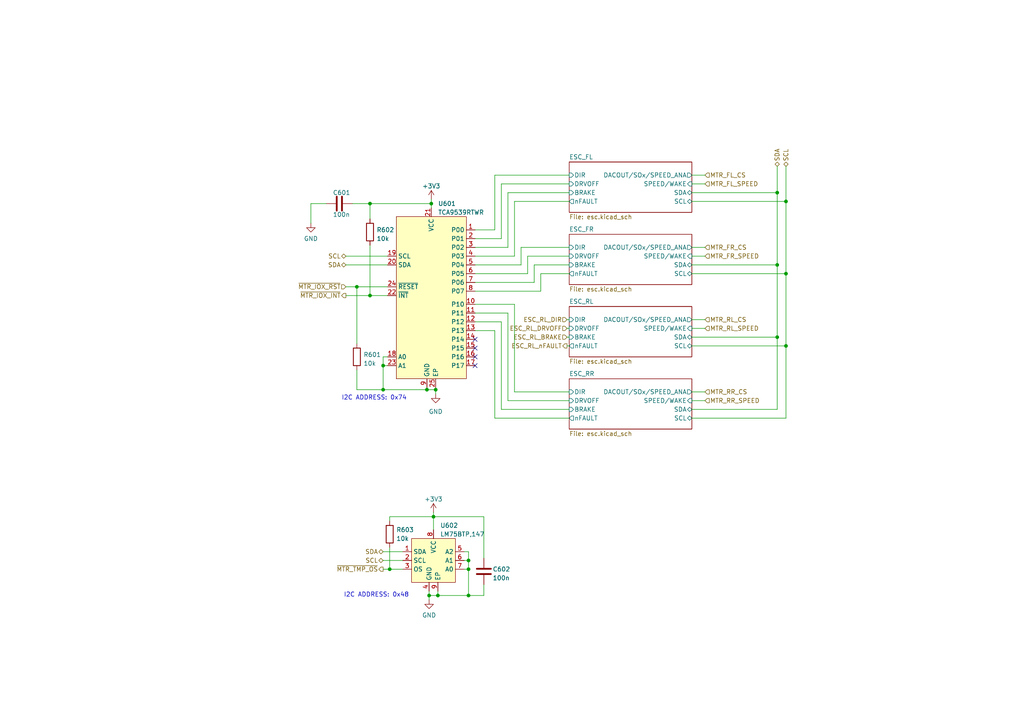
<source format=kicad_sch>
(kicad_sch (version 20230121) (generator eeschema)
  (paper "A4")
  (lib_symbols
    (symbol "Device:C" (pin_numbers hide) (pin_names (offset 0.254))
      (property "Reference" "C" (at 0.635 2.54 0))
      (property "Value" "C" (at 0.635 -2.54 0))
      (symbol "C_0_1"
        (polyline (pts (xy -2.032 -0.762) (xy 2.032 -0.762)) (stroke (width 0.508)))
        (polyline (pts (xy -2.032 0.762) (xy 2.032 0.762)) (stroke (width 0.508)))
      )
      (symbol "C_1_1"
        (pin passive line (at 0 3.81 270) (length 2.794) (name "~") (number "1"))
        (pin passive line (at 0 -3.81 90) (length 2.794) (name "~") (number "2"))
      )
    )
    (symbol "Device:R" (pin_numbers hide) (pin_names (offset 0))
      (property "Reference" "R" (at 2.032 0 90))
      (property "Value" "R" (at 0 0 90))
      (symbol "R_0_1"
        (rectangle (start -1.016 -2.54) (end 1.016 2.54) (stroke (width 0.254)))
      )
      (symbol "R_1_1"
        (pin passive line (at 0 3.81 270) (length 1.27) (name "~") (number "1"))
        (pin passive line (at 0 -3.81 90) (length 1.27) (name "~") (number "2"))
      )
    )
    (symbol "capstone:LM75BTP,147"
      (property "Reference" "U" (at 2.54 -7.62 0))
      (property "Value" "LM75BTP,147" (at 7.62 7.62 0))
      (symbol "LM75BTP,147_1_1"
        (rectangle (start -6.35 6.35) (end 6.35 -6.35) (fill (type background)))
        (pin bidirectional line (at -8.89 2.54 0) (length 2.54) (name "SDA") (number "1"))
        (pin bidirectional line (at -8.89 0 0) (length 2.54) (name "SCL") (number "2"))
        (pin output line (at -8.89 -2.54 0) (length 2.54) (name "OS") (number "3"))
        (pin power_in line (at -1.27 -8.89 90) (length 2.54) (name "GND") (number "4"))
        (pin input line (at 8.89 2.54 180) (length 2.54) (name "A2") (number "5"))
        (pin input line (at 8.89 0 180) (length 2.54) (name "A1") (number "6"))
        (pin input line (at 8.89 -2.54 180) (length 2.54) (name "A0") (number "7"))
        (pin power_in line (at 0 8.89 270) (length 2.54) (name "VCC") (number "8"))
        (pin power_in line (at 1.27 -8.89 90) (length 2.54) (name "EP") (number "9"))
      )
    )
    (symbol "capstone:TCA9539RTWR_"
      (property "Reference" "U" (at 6.35 -25.4 0))
      (property "Value" "TCA9539RTWR" (at 7.62 24.13 0))
      (symbol "TCA9539RTWR__1_1"
        (rectangle (start -10.16 22.86) (end 10.16 -24.13) (fill (type background)))
        (pin bidirectional line (at 12.7 19.05 180) (length 2.54) (name "P00") (number "1"))
        (pin bidirectional line (at 12.7 -2.54 180) (length 2.54) (name "P10") (number "10"))
        (pin bidirectional line (at 12.7 -5.08 180) (length 2.54) (name "P11") (number "11"))
        (pin bidirectional line (at 12.7 -7.62 180) (length 2.54) (name "P12") (number "12"))
        (pin bidirectional line (at 12.7 -10.16 180) (length 2.54) (name "P13") (number "13"))
        (pin bidirectional line (at 12.7 -12.7 180) (length 2.54) (name "P14") (number "14"))
        (pin bidirectional line (at 12.7 -15.24 180) (length 2.54) (name "P15") (number "15"))
        (pin bidirectional line (at 12.7 -17.78 180) (length 2.54) (name "P16") (number "16"))
        (pin bidirectional line (at 12.7 -20.32 180) (length 2.54) (name "P17") (number "17"))
        (pin input line (at -12.7 -17.78 0) (length 2.54) (name "A0") (number "18"))
        (pin input line (at -12.7 11.43 0) (length 2.54) (name "SCL") (number "19"))
        (pin bidirectional line (at 12.7 16.51 180) (length 2.54) (name "P01") (number "2"))
        (pin input line (at -12.7 8.89 0) (length 2.54) (name "SDA") (number "20"))
        (pin power_in line (at 0 25.4 270) (length 2.54) (name "VCC") (number "21"))
        (pin output line (at -12.7 0 0) (length 2.54) (name "~{INT}") (number "22"))
        (pin input line (at -12.7 -20.32 0) (length 2.54) (name "A1") (number "23"))
        (pin input line (at -12.7 2.54 0) (length 2.54) (name "~{RESET}") (number "24"))
        (pin power_in line (at 1.27 -26.67 90) (length 2.54) (name "EP") (number "25"))
        (pin bidirectional line (at 12.7 13.97 180) (length 2.54) (name "P02") (number "3"))
        (pin bidirectional line (at 12.7 11.43 180) (length 2.54) (name "P03") (number "4"))
        (pin bidirectional line (at 12.7 8.89 180) (length 2.54) (name "P04") (number "5"))
        (pin bidirectional line (at 12.7 6.35 180) (length 2.54) (name "P05") (number "6"))
        (pin bidirectional line (at 12.7 3.81 180) (length 2.54) (name "P06") (number "7"))
        (pin bidirectional line (at 12.7 1.27 180) (length 2.54) (name "P07") (number "8"))
        (pin power_in line (at -1.27 -26.67 90) (length 2.54) (name "GND") (number "9"))
      )
    )
    (symbol "power:+3V3" (power) (pin_names (offset 0))
      (property "Value" "+3V3" (at 0 3.556 0))
      (symbol "+3V3_0_1"
        (polyline (pts (xy -0.762 1.27) (xy 0 2.54)))
        (polyline (pts (xy 0 0) (xy 0 2.54)))
        (polyline (pts (xy 0 2.54) (xy 0.762 1.27)))
      )
      (symbol "+3V3_1_1"
        (pin power_in line (at 0 0 90) (length 0) hide (name "+3V3") (number "1"))
      )
    )
    (symbol "power:GND" (power) (pin_names (offset 0))
      (property "Value" "GND" (at 0 -3.81 0))
      (symbol "GND_0_1"
        (polyline (pts (xy 0 0) (xy 0 -1.27) (xy 1.27 -1.27) (xy 0 -2.54) (xy -1.27 -1.27) (xy 0 -1.27)))
      )
      (symbol "GND_1_1"
        (pin power_in line (at 0 0 270) (length 0) hide (name "GND") (number "1"))
      )
    )
  )
  (junction (at 135.89 165.1))
  (junction (at 103.505 83.185))
  (junction (at 111.125 106.045))
  (junction (at 113.03 165.1))
  (junction (at 227.965 79.375))
  (junction (at 111.125 113.03))
  (junction (at 127 172.72))
  (junction (at 227.965 58.42))
  (junction (at 123.825 113.03))
  (junction (at 125.095 59.055))
  (junction (at 225.425 97.79))
  (junction (at 225.425 76.835))
  (junction (at 124.46 172.72))
  (junction (at 126.365 113.03))
  (junction (at 135.89 172.72))
  (junction (at 107.315 59.055))
  (junction (at 227.965 100.33))
  (junction (at 135.89 162.56))
  (junction (at 125.73 149.86))
  (junction (at 107.315 85.725))
  (junction (at 225.425 55.88))
  (no_connect (at 137.795 100.965))
  (no_connect (at 137.795 106.045))
  (no_connect (at 137.795 103.505))
  (no_connect (at 137.795 98.425))
  (wire (pts (xy 103.505 113.03) (xy 111.125 113.03)))
  (wire (pts (xy 164.465 92.71) (xy 165.1 92.71)))
  (wire (pts (xy 200.66 76.835) (xy 225.425 76.835)))
  (wire (pts (xy 135.89 172.72) (xy 135.89 165.1)))
  (wire (pts (xy 140.335 169.545) (xy 140.335 172.72)))
  (wire (pts (xy 165.1 121.285) (xy 143.51 121.285)))
  (wire (pts (xy 113.03 149.86) (xy 113.03 151.13)))
  (wire (pts (xy 137.795 71.755) (xy 147.32 71.755)))
  (wire (pts (xy 134.62 165.1) (xy 135.89 165.1)))
  (wire (pts (xy 137.795 81.915) (xy 154.94 81.915)))
  (wire (pts (xy 200.66 95.25) (xy 204.47 95.25)))
  (wire (pts (xy 127 172.72) (xy 135.89 172.72)))
  (wire (pts (xy 149.225 88.265) (xy 137.795 88.265)))
  (wire (pts (xy 200.66 113.665) (xy 204.47 113.665)))
  (wire (pts (xy 123.825 112.395) (xy 123.825 113.03)))
  (wire (pts (xy 149.225 113.665) (xy 165.1 113.665)))
  (wire (pts (xy 200.66 116.205) (xy 204.47 116.205)))
  (wire (pts (xy 147.32 71.755) (xy 147.32 55.88)))
  (wire (pts (xy 113.03 165.1) (xy 116.84 165.1)))
  (wire (pts (xy 143.51 50.8) (xy 165.1 50.8)))
  (wire (pts (xy 165.1 79.375) (xy 156.845 79.375)))
  (wire (pts (xy 225.425 97.79) (xy 225.425 118.745)))
  (wire (pts (xy 227.965 79.375) (xy 227.965 58.42)))
  (wire (pts (xy 151.13 76.835) (xy 151.13 71.755)))
  (wire (pts (xy 135.89 165.1) (xy 135.89 162.56)))
  (wire (pts (xy 225.425 48.26) (xy 225.425 55.88)))
  (wire (pts (xy 147.32 90.805) (xy 147.32 116.205)))
  (wire (pts (xy 140.335 149.86) (xy 140.335 161.925)))
  (wire (pts (xy 145.415 93.345) (xy 145.415 118.745)))
  (wire (pts (xy 149.225 74.295) (xy 137.795 74.295)))
  (wire (pts (xy 125.73 149.86) (xy 140.335 149.86)))
  (wire (pts (xy 125.73 148.59) (xy 125.73 149.86)))
  (wire (pts (xy 107.315 59.055) (xy 125.095 59.055)))
  (wire (pts (xy 90.17 59.055) (xy 94.615 59.055)))
  (wire (pts (xy 135.89 162.56) (xy 135.89 160.02)))
  (wire (pts (xy 151.13 71.755) (xy 165.1 71.755)))
  (wire (pts (xy 200.66 50.8) (xy 204.47 50.8)))
  (wire (pts (xy 102.235 59.055) (xy 107.315 59.055)))
  (wire (pts (xy 125.095 59.055) (xy 125.095 60.325)))
  (wire (pts (xy 111.125 160.02) (xy 116.84 160.02)))
  (wire (pts (xy 111.125 162.56) (xy 116.84 162.56)))
  (wire (pts (xy 200.66 118.745) (xy 225.425 118.745)))
  (wire (pts (xy 100.33 76.835) (xy 112.395 76.835)))
  (wire (pts (xy 145.415 93.345) (xy 137.795 93.345)))
  (wire (pts (xy 200.66 97.79) (xy 225.425 97.79)))
  (wire (pts (xy 125.73 149.86) (xy 125.73 153.67)))
  (wire (pts (xy 134.62 162.56) (xy 135.89 162.56)))
  (wire (pts (xy 112.395 103.505) (xy 111.125 103.505)))
  (wire (pts (xy 149.225 88.265) (xy 149.225 113.665)))
  (wire (pts (xy 154.94 76.835) (xy 165.1 76.835)))
  (wire (pts (xy 225.425 76.835) (xy 225.425 97.79)))
  (wire (pts (xy 100.33 85.725) (xy 107.315 85.725)))
  (wire (pts (xy 125.73 149.86) (xy 113.03 149.86)))
  (wire (pts (xy 165.1 74.295) (xy 153.035 74.295)))
  (wire (pts (xy 200.66 79.375) (xy 227.965 79.375)))
  (wire (pts (xy 100.33 83.185) (xy 103.505 83.185)))
  (wire (pts (xy 200.66 74.295) (xy 204.47 74.295)))
  (wire (pts (xy 123.825 113.03) (xy 126.365 113.03)))
  (wire (pts (xy 143.51 66.675) (xy 143.51 50.8)))
  (wire (pts (xy 124.46 172.72) (xy 124.46 171.45)))
  (wire (pts (xy 200.66 121.285) (xy 227.965 121.285)))
  (wire (pts (xy 227.965 48.26) (xy 227.965 58.42)))
  (wire (pts (xy 111.125 106.045) (xy 112.395 106.045)))
  (wire (pts (xy 164.465 97.79) (xy 165.1 97.79)))
  (wire (pts (xy 153.035 79.375) (xy 137.795 79.375)))
  (wire (pts (xy 137.795 66.675) (xy 143.51 66.675)))
  (wire (pts (xy 153.035 74.295) (xy 153.035 79.375)))
  (wire (pts (xy 143.51 95.885) (xy 143.51 121.285)))
  (wire (pts (xy 147.32 90.805) (xy 137.795 90.805)))
  (wire (pts (xy 164.465 100.33) (xy 165.1 100.33)))
  (wire (pts (xy 200.66 71.755) (xy 204.47 71.755)))
  (wire (pts (xy 90.17 64.77) (xy 90.17 59.055)))
  (wire (pts (xy 103.505 83.185) (xy 103.505 99.695)))
  (wire (pts (xy 200.66 92.71) (xy 204.47 92.71)))
  (wire (pts (xy 200.66 53.34) (xy 204.47 53.34)))
  (wire (pts (xy 156.845 84.455) (xy 137.795 84.455)))
  (wire (pts (xy 227.965 100.33) (xy 227.965 79.375)))
  (wire (pts (xy 126.365 112.395) (xy 126.365 113.03)))
  (wire (pts (xy 165.1 116.205) (xy 147.32 116.205)))
  (wire (pts (xy 127 171.45) (xy 127 172.72)))
  (wire (pts (xy 107.315 85.725) (xy 112.395 85.725)))
  (wire (pts (xy 111.125 103.505) (xy 111.125 106.045)))
  (wire (pts (xy 111.125 113.03) (xy 123.825 113.03)))
  (wire (pts (xy 124.46 172.72) (xy 124.46 173.99)))
  (wire (pts (xy 156.845 79.375) (xy 156.845 84.455)))
  (wire (pts (xy 225.425 55.88) (xy 200.66 55.88)))
  (wire (pts (xy 145.415 69.215) (xy 137.795 69.215)))
  (wire (pts (xy 107.315 59.055) (xy 107.315 63.5)))
  (wire (pts (xy 227.965 121.285) (xy 227.965 100.33)))
  (wire (pts (xy 165.1 58.42) (xy 149.225 58.42)))
  (wire (pts (xy 135.89 160.02) (xy 134.62 160.02)))
  (wire (pts (xy 225.425 55.88) (xy 225.425 76.835)))
  (wire (pts (xy 137.795 76.835) (xy 151.13 76.835)))
  (wire (pts (xy 140.335 172.72) (xy 135.89 172.72)))
  (wire (pts (xy 164.465 95.25) (xy 165.1 95.25)))
  (wire (pts (xy 145.415 53.34) (xy 145.415 69.215)))
  (wire (pts (xy 103.505 83.185) (xy 112.395 83.185)))
  (wire (pts (xy 137.795 95.885) (xy 143.51 95.885)))
  (wire (pts (xy 113.03 158.75) (xy 113.03 165.1)))
  (wire (pts (xy 200.66 100.33) (xy 227.965 100.33)))
  (wire (pts (xy 154.94 81.915) (xy 154.94 76.835)))
  (wire (pts (xy 111.125 165.1) (xy 113.03 165.1)))
  (wire (pts (xy 145.415 118.745) (xy 165.1 118.745)))
  (wire (pts (xy 107.315 71.12) (xy 107.315 85.725)))
  (wire (pts (xy 111.125 106.045) (xy 111.125 113.03)))
  (wire (pts (xy 149.225 58.42) (xy 149.225 74.295)))
  (wire (pts (xy 125.095 57.785) (xy 125.095 59.055)))
  (wire (pts (xy 227.965 58.42) (xy 200.66 58.42)))
  (wire (pts (xy 147.32 55.88) (xy 165.1 55.88)))
  (wire (pts (xy 165.1 53.34) (xy 145.415 53.34)))
  (wire (pts (xy 126.365 113.03) (xy 126.365 114.3)))
  (wire (pts (xy 100.33 74.295) (xy 112.395 74.295)))
  (wire (pts (xy 124.46 172.72) (xy 127 172.72)))
  (wire (pts (xy 103.505 107.315) (xy 103.505 113.03)))
  (text "I2C ADDRESS: 0x48" (at 99.695 173.355 0) (effects (font (size 1.27 1.27)) (justify left bottom)))
  (text "I2C ADDRESS: 0x74" (at 99.06 116.205 0) (effects (font (size 1.27 1.27)) (justify left bottom)))
  (hierarchical_label "MTR_RR_CS" (shape input) (at 204.47 113.665 0))
  (hierarchical_label "~{MTR_IOX_RST}" (shape input) (at 100.33 83.185 180))
  (hierarchical_label "ESC_RL_DRVOFF" (shape input) (at 164.465 95.25 180))
  (hierarchical_label "ESC_RL_BRAKE" (shape input) (at 164.465 97.79 180))
  (hierarchical_label "MTR_FR_SPEED" (shape input) (at 204.47 74.295 0))
  (hierarchical_label "MTR_RL_SPEED" (shape input) (at 204.47 95.25 0))
  (hierarchical_label "SDA" (shape bidirectional) (at 100.33 76.835 180))
  (hierarchical_label "MTR_FL_CS" (shape input) (at 204.47 50.8 0))
  (hierarchical_label "SDA" (shape bidirectional) (at 225.425 48.26 90))
  (hierarchical_label "SCL" (shape bidirectional) (at 111.125 162.56 180))
  (hierarchical_label "ESC_RL_DIR" (shape input) (at 164.465 92.71 180))
  (hierarchical_label "~{MTR_IOX_INT}" (shape output) (at 100.33 85.725 180))
  (hierarchical_label "SCL" (shape bidirectional) (at 100.33 74.295 180))
  (hierarchical_label "SCL" (shape bidirectional) (at 227.965 48.26 90))
  (hierarchical_label "~{MTR_TMP_OS}" (shape output) (at 111.125 165.1 180))
  (hierarchical_label "MTR_FL_SPEED" (shape input) (at 204.47 53.34 0))
  (hierarchical_label "SDA" (shape bidirectional) (at 111.125 160.02 180))
  (hierarchical_label "MTR_FR_CS" (shape input) (at 204.47 71.755 0))
  (hierarchical_label "MTR_RL_CS" (shape input) (at 204.47 92.71 0))
  (hierarchical_label "ESC_RL_nFAULT" (shape output) (at 164.465 100.33 180))
  (hierarchical_label "MTR_RR_SPEED" (shape input) (at 204.47 116.205 0))
  (symbol (lib_id "Device:C") (at 140.335 165.735 0) (unit 1)
    (property "Reference" "C602" (at 142.875 165.1 0) (effects (justify left)))
    (property "Value" "100n" (at 142.875 167.64 0) (effects (justify left)))
    (property "Footprint" "Capacitor_SMD:C_0201_0603Metric" (effects hide))
  )
  (symbol (lib_id "power:+3V3") (at 125.73 148.59 0) (unit 1)
    (property "Reference" "#PWR0604" (effects hide))
    (property "Value" "+3V3" (at 125.73 144.78 0))
  )
  (symbol (lib_id "Device:R") (at 107.315 67.31 0) (unit 1)
    (property "Reference" "R602" (at 109.22 66.675 0) (effects (justify left)))
    (property "Value" "10k" (at 109.22 69.215 0) (effects (justify left)))
    (property "Footprint" "Resistor_SMD:R_0201_0603Metric" (effects hide))
  )
  (symbol (lib_id "power:GND") (at 90.17 64.77 0) (unit 1)
    (property "Reference" "#PWR0601" (effects hide))
    (property "Value" "GND" (at 90.17 69.215 0))
  )
  (symbol (lib_id "Device:R") (at 113.03 154.94 0) (unit 1)
    (property "Reference" "R603" (at 114.935 153.67 0) (effects (justify left)))
    (property "Value" "10k" (at 114.935 156.21 0) (effects (justify left)))
    (property "Footprint" "Resistor_SMD:R_0201_0603Metric" (effects hide))
  )
  (symbol (lib_id "Device:R") (at 103.505 103.505 0) (unit 1)
    (property "Reference" "R601" (at 105.41 102.87 0) (effects (justify left)))
    (property "Value" "10k" (at 105.41 105.41 0) (effects (justify left)))
    (property "Footprint" "Resistor_SMD:R_0201_0603Metric" (effects hide))
  )
  (symbol (lib_id "capstone:TCA9539RTWR_") (at 125.095 85.725 0) (unit 1)
    (property "Reference" "U601" (at 127.0509 59.055 0) (effects (justify left)))
    (property "Value" "TCA9539RTWR" (at 127.0509 61.595 0) (effects (justify left)))
    (property "Footprint" "Package_DFN_QFN:WQFN-24-1EP_4x4mm_P0.5mm_EP2.45x2.45mm" (effects hide))
  )
  (symbol (lib_id "capstone:LM75BTP,147") (at 125.73 162.56 0) (unit 1)
    (property "Reference" "U602" (at 127.6859 152.4 0) (effects (justify left)))
    (property "Value" "LM75BTP,147" (at 127.6859 154.94 0) (effects (justify left)))
    (property "Footprint" "capstone:LM75BTP,147" (effects hide))
  )
  (symbol (lib_id "power:GND") (at 126.365 114.3 0) (unit 1)
    (property "Reference" "#PWR0605" (effects hide))
    (property "Value" "GND" (at 126.365 119.38 0))
  )
  (symbol (lib_id "power:+3V3") (at 125.095 57.785 0) (unit 1)
    (property "Reference" "#PWR0603" (effects hide))
    (property "Value" "+3V3" (at 125.095 53.975 0))
  )
  (symbol (lib_id "Device:C") (at 98.425 59.055 270) (unit 1)
    (property "Reference" "C601" (at 96.52 55.88 90) (effects (justify left)))
    (property "Value" "100n" (at 96.52 62.23 90) (effects (justify left)))
    (property "Footprint" "Capacitor_SMD:C_0201_0603Metric" (effects hide))
  )
  (symbol (lib_id "power:GND") (at 124.46 173.99 0) (unit 1)
    (property "Reference" "#PWR0602" (effects hide))
    (property "Value" "GND" (at 124.46 178.435 0))
  )
  (sheet (at 165.1 109.855) (size 35.56 14.605) (stroke (width 0.1524))
    (property "Sheetname" "ESC_RR" (at 165.1 109.1434 0) (effects (justify left bottom)))
    (property "Sheetfile" "esc.kicad_sch" (at 165.1 125.0446 0) (effects (justify left top)))
    (pin "SCL" bidirectional (at 200.66 121.285 0))
    (pin "BRAKE" input (at 165.1 118.745 180))
    (pin "SDA" bidirectional (at 200.66 118.745 0))
    (pin "DIR" input (at 165.1 113.665 180))
    (pin "SPEED{slash}WAKE" input (at 200.66 116.205 0))
    (pin "DACOUT{slash}SOx{slash}SPEED_ANA" output (at 200.66 113.665 0))
    (pin "DRVOFF" input (at 165.1 116.205 180))
    (pin "nFAULT" output (at 165.1 121.285 180))
  )
  (sheet (at 165.1 46.99) (size 35.56 14.605) (stroke (width 0.1524))
    (property "Sheetname" "ESC_FL" (at 165.1 46.2784 0) (effects (justify left bottom)))
    (property "Sheetfile" "esc.kicad_sch" (at 165.1 62.1796 0) (effects (justify left top)))
    (pin "SCL" bidirectional (at 200.66 58.42 0))
    (pin "BRAKE" input (at 165.1 55.88 180))
    (pin "SDA" bidirectional (at 200.66 55.88 0))
    (pin "DIR" input (at 165.1 50.8 180))
    (pin "SPEED{slash}WAKE" input (at 200.66 53.34 0))
    (pin "DACOUT{slash}SOx{slash}SPEED_ANA" output (at 200.66 50.8 0))
    (pin "DRVOFF" input (at 165.1 53.34 180))
    (pin "nFAULT" output (at 165.1 58.42 180))
  )
  (sheet (at 165.1 88.9) (size 35.56 14.605) (stroke (width 0.1524))
    (property "Sheetname" "ESC_RL" (at 165.1 88.1884 0) (effects (justify left bottom)))
    (property "Sheetfile" "esc.kicad_sch" (at 165.1 104.0896 0) (effects (justify left top)))
    (pin "SCL" bidirectional (at 200.66 100.33 0))
    (pin "BRAKE" input (at 165.1 97.79 180))
    (pin "SDA" bidirectional (at 200.66 97.79 0))
    (pin "DIR" input (at 165.1 92.71 180))
    (pin "SPEED{slash}WAKE" input (at 200.66 95.25 0))
    (pin "DACOUT{slash}SOx{slash}SPEED_ANA" output (at 200.66 92.71 0))
    (pin "DRVOFF" input (at 165.1 95.25 180))
    (pin "nFAULT" output (at 165.1 100.33 180))
  )
  (sheet (at 165.1 67.945) (size 35.56 14.605) (stroke (width 0.1524))
    (property "Sheetname" "ESC_FR" (at 165.1 67.2334 0) (effects (justify left bottom)))
    (property "Sheetfile" "esc.kicad_sch" (at 165.1 83.1346 0) (effects (justify left top)))
    (pin "SCL" bidirectional (at 200.66 79.375 0))
    (pin "BRAKE" input (at 165.1 76.835 180))
    (pin "SDA" bidirectional (at 200.66 76.835 0))
    (pin "DIR" input (at 165.1 71.755 180))
    (pin "SPEED{slash}WAKE" input (at 200.66 74.295 0))
    (pin "DACOUT{slash}SOx{slash}SPEED_ANA" output (at 200.66 71.755 0))
    (pin "DRVOFF" input (at 165.1 74.295 180))
    (pin "nFAULT" output (at 165.1 79.375 180))
  )
)
</source>
